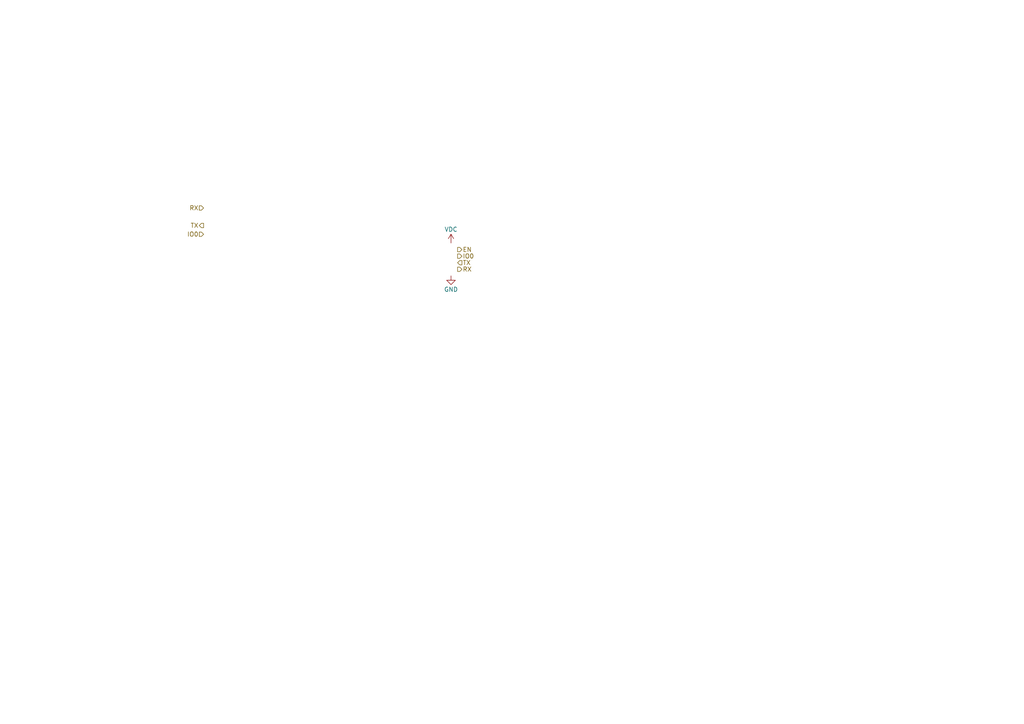
<source format=kicad_sch>
(kicad_sch (version 20230121) (generator eeschema)
  (paper "A4")
  (lib_symbols
    (symbol "power:GND" (power) (pin_names (offset 0))
      (property "Value" "GND" (at 0 -3.81 0))
      (symbol "GND_0_1"
        (polyline (pts (xy 0 0) (xy 0 -1.27) (xy 1.27 -1.27) (xy 0 -2.54) (xy -1.27 -1.27) (xy 0 -1.27)))
      )
      (symbol "GND_1_1"
        (pin power_in line (at 0 0 270) (length 0) hide (name "GND") (number "1"))
      )
    )
    (symbol "power:VDC" (power) (pin_names (offset 0))
      (property "Value" "VDC" (at 0 6.35 0))
      (symbol "VDC_0_1"
        (polyline (pts (xy -0.762 1.27) (xy 0 2.54)))
        (polyline (pts (xy 0 0) (xy 0 2.54)))
        (polyline (pts (xy 0 2.54) (xy 0.762 1.27)))
      )
      (symbol "VDC_1_1"
        (pin power_in line (at 0 0 90) (length 0) hide (name "VDC") (number "1"))
      )
    )
  )
  (hierarchical_label "TX" (shape input) (at 132.715 76.2 0))
  (hierarchical_label "IO0" (shape output) (at 132.715 74.295 0))
  (hierarchical_label "TX" (shape output) (at 59.055 65.405 180))
  (hierarchical_label "EN" (shape output) (at 132.715 72.39 0))
  (hierarchical_label "RX" (shape output) (at 132.715 78.105 0))
  (hierarchical_label "RX" (shape input) (at 59.055 60.325 180))
  (hierarchical_label "IO0" (shape input) (at 59.055 67.945 180))
  (symbol (lib_id "power:GND") (at 130.81 80.01 0) (unit 1)
    (property "Reference" "#PWR018" (effects hide))
    (property "Value" "GND" (at 130.81 83.955 0))
  )
  (symbol (lib_id "power:VDC") (at 130.81 70.485 0) (unit 1)
    (property "Reference" "#PWR017" (effects hide))
    (property "Value" "VDC" (at 130.81 66.54 0))
  )
)
</source>
